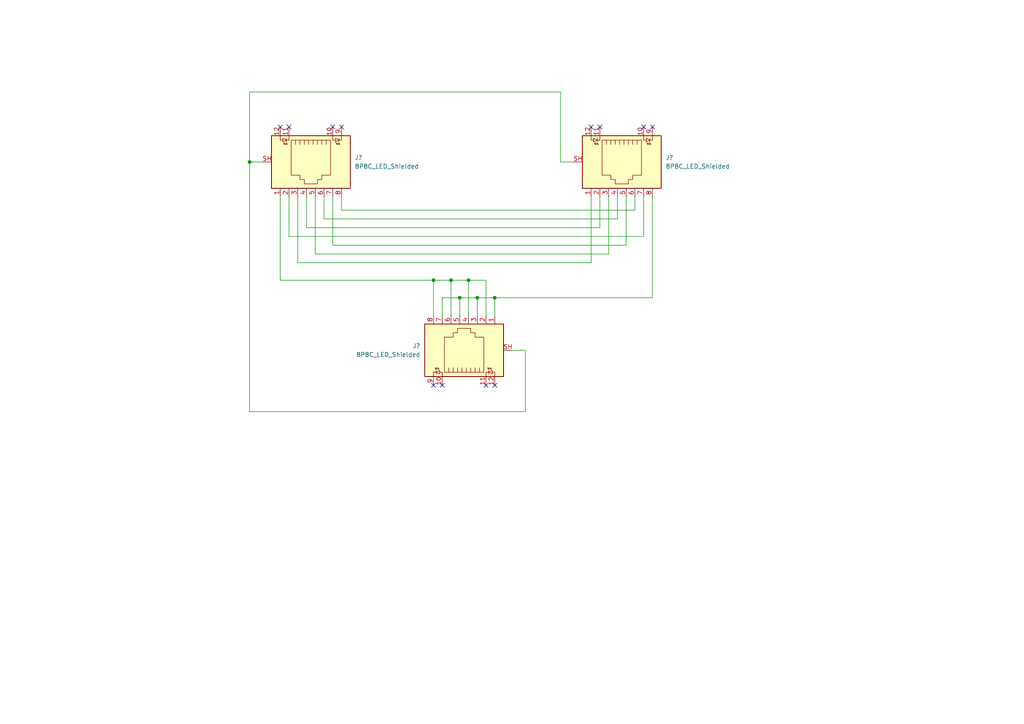
<source format=kicad_sch>
(kicad_sch (version 20230121) (generator eeschema)
  (paper "A4")
  (lib_symbols
    (symbol "Connector:8P8C_LED_Shielded" (pin_names (offset 1.016))
      (property "Reference" "J" (at -5.08 13.97 0))
      (property "Value" "8P8C_LED_Shielded" (at 1.27 13.97 0))
      (symbol "8P8C_LED_Shielded_0_1"
        (polyline (pts (xy -7.62 -7.62) (xy -6.35 -7.62)))
        (polyline (pts (xy -7.62 -5.08) (xy -6.35 -5.08)))
        (polyline (pts (xy -7.62 7.62) (xy -6.35 7.62)))
        (polyline (pts (xy -7.62 10.16) (xy -6.35 10.16)))
        (polyline (pts (xy -6.858 -5.842) (xy -5.842 -5.842)))
        (polyline (pts (xy -6.858 9.398) (xy -5.842 9.398)))
        (polyline (pts (xy -6.35 -7.62) (xy -6.35 -6.858)))
        (polyline (pts (xy -6.35 -5.08) (xy -6.35 -5.842)))
        (polyline (pts (xy -6.35 7.62) (xy -6.35 8.382)))
        (polyline (pts (xy -6.35 10.16) (xy -6.35 9.398)))
        (polyline (pts (xy -5.08 -6.223) (xy -5.207 -6.604)))
        (polyline (pts (xy -5.08 -5.588) (xy -5.207 -5.969)))
        (polyline (pts (xy -5.08 4.445) (xy -6.35 4.445)))
        (polyline (pts (xy -5.08 5.715) (xy -6.35 5.715)))
        (polyline (pts (xy -5.08 9.017) (xy -5.207 8.636)))
        (polyline (pts (xy -5.08 9.652) (xy -5.207 9.271)))
        (polyline (pts (xy -6.35 -3.175) (xy -5.08 -3.175) (xy -5.08 -3.175)))
        (polyline (pts (xy -6.35 -1.905) (xy -5.08 -1.905) (xy -5.08 -1.905)))
        (polyline (pts (xy -6.35 -0.635) (xy -5.08 -0.635) (xy -5.08 -0.635)))
        (polyline (pts (xy -6.35 0.635) (xy -5.08 0.635) (xy -5.08 0.635)))
        (polyline (pts (xy -6.35 1.905) (xy -5.08 1.905) (xy -5.08 1.905)))
        (polyline (pts (xy -5.588 -6.731) (xy -5.08 -6.223) (xy -5.461 -6.35)))
        (polyline (pts (xy -5.588 -6.096) (xy -5.08 -5.588) (xy -5.461 -5.715)))
        (polyline (pts (xy -5.588 8.509) (xy -5.08 9.017) (xy -5.461 8.89)))
        (polyline (pts (xy -5.588 9.144) (xy -5.08 9.652) (xy -5.461 9.525)))
        (polyline (pts (xy -5.08 3.175) (xy -6.35 3.175) (xy -6.35 3.175)))
        (polyline (pts (xy -6.35 -5.842) (xy -6.858 -6.858) (xy -5.842 -6.858) (xy -6.35 -5.842)))
        (polyline (pts (xy -6.35 9.398) (xy -6.858 8.382) (xy -5.842 8.382) (xy -6.35 9.398)))
        (polyline (pts (xy -6.35 -4.445) (xy -6.35 6.985) (xy 3.81 6.985) (xy 3.81 4.445) (xy 5.08 4.445) (xy 5.08 3.175) (xy 6.35 3.175) (xy 6.35 -0.635) (xy 5.08 -0.635) (xy 5.08 -1.905) (xy 3.81 -1.905) (xy 3.81 -4.445) (xy -6.35 -4.445) (xy -6.35 -4.445)))
        (rectangle (start 7.62 12.7) (end -7.62 -10.16) (stroke (width 0.254)) (fill (type background)))
      )
      (symbol "8P8C_LED_Shielded_1_1"
        (pin passive line (at 10.16 -7.62 180) (length 2.54) (name "~") (number "1"))
        (pin passive line (at -10.16 7.62 0) (length 2.54) (name "~") (number "10"))
        (pin passive line (at -10.16 -5.08 0) (length 2.54) (name "~") (number "11"))
        (pin passive line (at -10.16 -7.62 0) (length 2.54) (name "~") (number "12"))
        (pin passive line (at 10.16 -5.08 180) (length 2.54) (name "~") (number "2"))
        (pin passive line (at 10.16 -2.54 180) (length 2.54) (name "~") (number "3"))
        (pin passive line (at 10.16 0 180) (length 2.54) (name "~") (number "4"))
        (pin passive line (at 10.16 2.54 180) (length 2.54) (name "~") (number "5"))
        (pin passive line (at 10.16 5.08 180) (length 2.54) (name "~") (number "6"))
        (pin passive line (at 10.16 7.62 180) (length 2.54) (name "~") (number "7"))
        (pin passive line (at 10.16 10.16 180) (length 2.54) (name "~") (number "8"))
        (pin passive line (at -10.16 10.16 0) (length 2.54) (name "~") (number "9"))
        (pin passive line (at 0 -12.7 90) (length 2.54) (name "~") (number "SH"))
      )
    )
  )
  (junction (at 133.35 86.36))
  (junction (at 125.73 81.28))
  (junction (at 143.51 86.36))
  (junction (at 130.81 81.28))
  (junction (at 72.39 46.99))
  (junction (at 138.43 86.36))
  (junction (at 135.89 81.28))
  (no_connect (at 171.45 36.83))
  (no_connect (at 173.99 36.83))
  (no_connect (at 96.52 36.83))
  (no_connect (at 81.28 36.83))
  (no_connect (at 125.73 111.76))
  (no_connect (at 143.51 111.76))
  (no_connect (at 128.27 111.76))
  (no_connect (at 99.06 36.83))
  (no_connect (at 83.82 36.83))
  (no_connect (at 186.69 36.83))
  (no_connect (at 140.97 111.76))
  (no_connect (at 189.23 36.83))
  (wire (pts (xy 148.59 101.6) (xy 152.4 101.6)))
  (wire (pts (xy 72.39 46.99) (xy 76.2 46.99)))
  (wire (pts (xy 152.4 101.6) (xy 152.4 119.38)))
  (wire (pts (xy 133.35 86.36) (xy 138.43 86.36)))
  (wire (pts (xy 88.9 57.15) (xy 88.9 66.04)))
  (wire (pts (xy 143.51 86.36) (xy 138.43 86.36)))
  (wire (pts (xy 135.89 81.28) (xy 130.81 81.28)))
  (wire (pts (xy 86.36 57.15) (xy 86.36 76.2)))
  (wire (pts (xy 152.4 119.38) (xy 72.39 119.38)))
  (wire (pts (xy 93.98 57.15) (xy 93.98 63.5)))
  (wire (pts (xy 130.81 81.28) (xy 130.81 91.44)))
  (wire (pts (xy 99.06 60.96) (xy 184.15 60.96)))
  (wire (pts (xy 179.07 63.5) (xy 179.07 57.15)))
  (wire (pts (xy 173.99 66.04) (xy 173.99 57.15)))
  (wire (pts (xy 128.27 91.44) (xy 128.27 86.36)))
  (wire (pts (xy 140.97 81.28) (xy 135.89 81.28)))
  (wire (pts (xy 72.39 119.38) (xy 72.39 46.99)))
  (wire (pts (xy 125.73 81.28) (xy 125.73 91.44)))
  (wire (pts (xy 99.06 57.15) (xy 99.06 60.96)))
  (wire (pts (xy 96.52 57.15) (xy 96.52 71.12)))
  (wire (pts (xy 83.82 57.15) (xy 83.82 68.58)))
  (wire (pts (xy 81.28 57.15) (xy 81.28 81.28)))
  (wire (pts (xy 162.56 46.99) (xy 166.37 46.99)))
  (wire (pts (xy 184.15 60.96) (xy 184.15 57.15)))
  (wire (pts (xy 176.53 73.66) (xy 176.53 57.15)))
  (wire (pts (xy 135.89 81.28) (xy 135.89 91.44)))
  (wire (pts (xy 83.82 68.58) (xy 186.69 68.58)))
  (wire (pts (xy 91.44 73.66) (xy 176.53 73.66)))
  (wire (pts (xy 88.9 66.04) (xy 173.99 66.04)))
  (wire (pts (xy 133.35 91.44) (xy 133.35 86.36)))
  (wire (pts (xy 86.36 76.2) (xy 171.45 76.2)))
  (wire (pts (xy 138.43 86.36) (xy 138.43 91.44)))
  (wire (pts (xy 72.39 26.67) (xy 162.56 26.67)))
  (wire (pts (xy 140.97 91.44) (xy 140.97 81.28)))
  (wire (pts (xy 93.98 63.5) (xy 179.07 63.5)))
  (wire (pts (xy 186.69 68.58) (xy 186.69 57.15)))
  (wire (pts (xy 171.45 76.2) (xy 171.45 57.15)))
  (wire (pts (xy 72.39 46.99) (xy 72.39 26.67)))
  (wire (pts (xy 128.27 86.36) (xy 133.35 86.36)))
  (wire (pts (xy 143.51 91.44) (xy 143.51 86.36)))
  (wire (pts (xy 189.23 57.15) (xy 189.23 86.36)))
  (wire (pts (xy 96.52 71.12) (xy 181.61 71.12)))
  (wire (pts (xy 189.23 86.36) (xy 143.51 86.36)))
  (wire (pts (xy 81.28 81.28) (xy 125.73 81.28)))
  (wire (pts (xy 181.61 71.12) (xy 181.61 57.15)))
  (wire (pts (xy 130.81 81.28) (xy 125.73 81.28)))
  (wire (pts (xy 162.56 26.67) (xy 162.56 46.99)))
  (wire (pts (xy 91.44 57.15) (xy 91.44 73.66)))
  (symbol (lib_id "Connector:8P8C_LED_Shielded") (at 88.9 46.99 270) (unit 1)
    (property "Reference" "J?" (at 102.87 45.72 90) (effects (justify left)))
    (property "Value" "8P8C_LED_Shielded" (at 102.87 48.26 90) (effects (justify left)))
    (property "Footprint" "OpenPEMFfp:C386757" (effects hide))
    (property "Field4" "C386757" (effects hide))
    (instances (project "OpenPEMF" (path "" (reference "J?") (unit 1)) (path "" (reference "J11") (unit 1))))
  )
  (symbol (lib_id "Connector:8P8C_LED_Shielded") (at 135.89 101.6 90) (unit 1)
    (property "Reference" "J?" (at 121.92 100.33 90) (effects (justify left)))
    (property "Value" "8P8C_LED_Shielded" (at 121.92 102.87 90) (effects (justify left)))
    (property "Footprint" "OpenPEMFfp:C386757" (effects hide))
    (property "Field4" "C386757" (effects hide))
    (instances (project "OpenPEMF" (path "" (reference "J?") (unit 1)) (path "" (reference "J12") (unit 1))))
  )
  (symbol (lib_id "Connector:8P8C_LED_Shielded") (at 179.07 46.99 270) (unit 1)
    (property "Reference" "J?" (at 193.04 45.72 90) (effects (justify left)))
    (property "Value" "8P8C_LED_Shielded" (at 193.04 48.26 90) (effects (justify left)))
    (property "Footprint" "OpenPEMFfp:C386757" (effects hide))
    (property "Field4" "C386757" (effects hide))
    (instances (project "OpenPEMF" (path "" (reference "J?") (unit 1)) (path "" (reference "J13") (unit 1))))
  )
)
</source>
